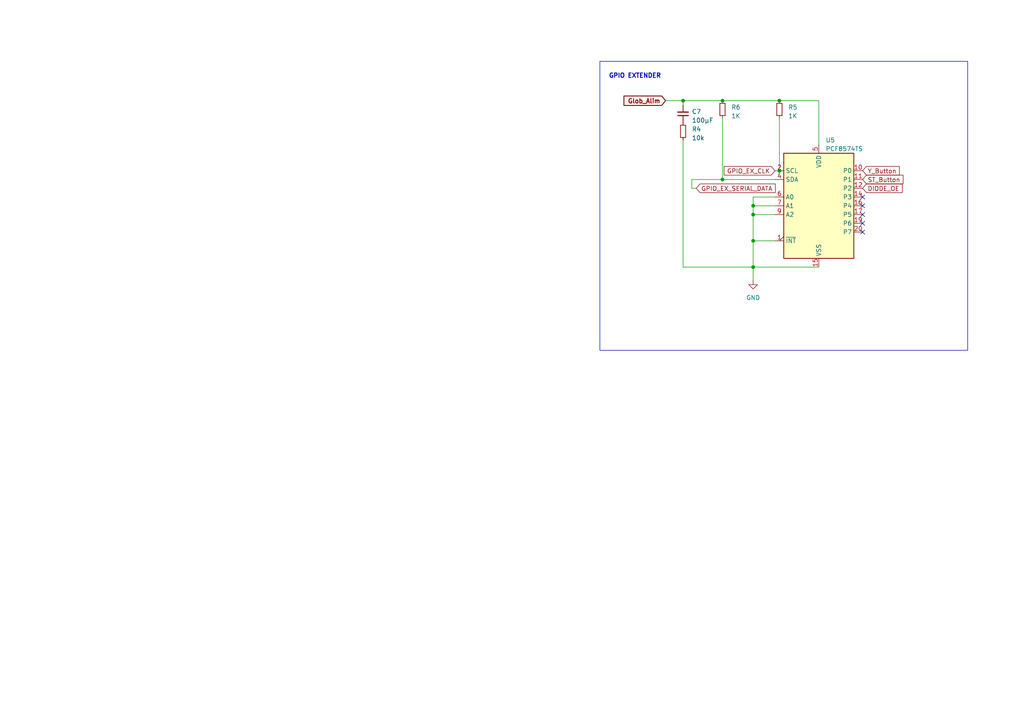
<source format=kicad_sch>
(kicad_sch (version 20230121) (generator eeschema)
  (paper "A4")
  (lib_symbols
    (symbol "Device:C_Small" (pin_numbers hide) (pin_names (offset 0.254) hide)
      (property "Reference" "C" (at 0.254 1.778 0))
      (property "Value" "C_Small" (at 0.254 -2.032 0))
      (symbol "C_Small_0_1"
        (polyline (pts (xy -1.524 -0.508) (xy 1.524 -0.508)) (stroke (width 0.3302)))
        (polyline (pts (xy -1.524 0.508) (xy 1.524 0.508)) (stroke (width 0.3048)))
      )
      (symbol "C_Small_1_1"
        (pin passive line (at 0 2.54 270) (length 2.032) (name "~") (number "1"))
        (pin passive line (at 0 -2.54 90) (length 2.032) (name "~") (number "2"))
      )
    )
    (symbol "Device:R_Small" (pin_numbers hide) (pin_names (offset 0.254) hide)
      (property "Reference" "R" (at 0.762 0.508 0))
      (property "Value" "R_Small" (at 0.762 -1.016 0))
      (symbol "R_Small_0_1"
        (rectangle (start -0.762 1.778) (end 0.762 -1.778) (stroke (width 0.2032)))
      )
      (symbol "R_Small_1_1"
        (pin passive line (at 0 2.54 270) (length 0.762) (name "~") (number "1"))
        (pin passive line (at 0 -2.54 90) (length 0.762) (name "~") (number "2"))
      )
    )
    (symbol "Interface_Expansion:PCF8574TS"
      (property "Reference" "U" (at -8.89 16.51 0))
      (property "Value" "PCF8574TS" (at 3.81 16.51 0))
      (symbol "PCF8574TS_0_1"
        (rectangle (start -10.16 15.24) (end 10.16 -15.24) (stroke (width 0.254)) (fill (type background)))
      )
      (symbol "PCF8574TS_1_1"
        (pin open_collector output_low (at -12.7 -10.16 0) (length 2.54) (name "~{INT}") (number "1"))
        (pin bidirectional line (at 12.7 10.16 180) (length 2.54) (name "P0") (number "10"))
        (pin bidirectional line (at 12.7 7.62 180) (length 2.54) (name "P1") (number "11"))
        (pin bidirectional line (at 12.7 5.08 180) (length 2.54) (name "P2") (number "12"))
        (pin no_connect line (at -10.16 -5.08 0) (length 2.54) hide (name "NC") (number "13"))
        (pin bidirectional line (at 12.7 2.54 180) (length 2.54) (name "P3") (number "14"))
        (pin power_in line (at 0 -17.78 90) (length 2.54) (name "VSS") (number "15"))
        (pin bidirectional line (at 12.7 0 180) (length 2.54) (name "P4") (number "16"))
        (pin bidirectional line (at 12.7 -2.54 180) (length 2.54) (name "P5") (number "17"))
        (pin no_connect line (at -10.16 -7.62 0) (length 2.54) hide (name "NC") (number "18"))
        (pin bidirectional line (at 12.7 -5.08 180) (length 2.54) (name "P6") (number "19"))
        (pin input line (at -12.7 10.16 0) (length 2.54) (name "SCL") (number "2"))
        (pin bidirectional line (at 12.7 -7.62 180) (length 2.54) (name "P7") (number "20"))
        (pin no_connect line (at 10.16 -10.16 180) (length 2.54) hide (name "NC") (number "3"))
        (pin bidirectional line (at -12.7 7.62 0) (length 2.54) (name "SDA") (number "4"))
        (pin power_in line (at 0 17.78 270) (length 2.54) (name "VDD") (number "5"))
        (pin input line (at -12.7 2.54 0) (length 2.54) (name "A0") (number "6"))
        (pin input line (at -12.7 0 0) (length 2.54) (name "A1") (number "7"))
        (pin no_connect line (at 10.16 -12.7 180) (length 2.54) hide (name "NC") (number "8"))
        (pin input line (at -12.7 -2.54 0) (length 2.54) (name "A2") (number "9"))
      )
    )
    (symbol "power:GND" (power) (pin_names (offset 0))
      (property "Value" "GND" (at 0 -3.81 0))
      (symbol "GND_0_1"
        (polyline (pts (xy 0 0) (xy 0 -1.27) (xy 1.27 -1.27) (xy 0 -2.54) (xy -1.27 -1.27) (xy 0 -1.27)))
      )
      (symbol "GND_1_1"
        (pin power_in line (at 0 0 270) (length 0) hide (name "GND") (number "1"))
      )
    )
  )
  (junction (at 209.55 52.07))
  (junction (at 198.12 29.21))
  (junction (at 218.44 59.69))
  (junction (at 209.55 29.21))
  (junction (at 218.44 77.47))
  (junction (at 226.06 49.53))
  (junction (at 218.44 62.23))
  (junction (at 218.44 69.85))
  (junction (at 226.06 29.21))
  (no_connect (at 250.19 57.15))
  (no_connect (at 250.19 59.69))
  (no_connect (at 250.19 64.77))
  (no_connect (at 250.19 62.23))
  (no_connect (at 250.19 67.31))
  (wire (pts (xy 218.44 62.23) (xy 224.79 62.23)))
  (wire (pts (xy 218.44 57.15) (xy 218.44 59.69)))
  (wire (pts (xy 218.44 81.28) (xy 218.44 77.47)))
  (wire (pts (xy 200.66 54.61) (xy 200.66 52.07)))
  (wire (pts (xy 218.44 59.69) (xy 224.79 59.69)))
  (wire (pts (xy 200.66 52.07) (xy 209.55 52.07)))
  (wire (pts (xy 218.44 77.47) (xy 218.44 69.85)))
  (wire (pts (xy 226.06 50.8) (xy 226.06 49.53)))
  (wire (pts (xy 226.06 49.53) (xy 224.79 49.53)))
  (wire (pts (xy 209.55 29.21) (xy 226.06 29.21)))
  (wire (pts (xy 218.44 59.69) (xy 218.44 62.23)))
  (wire (pts (xy 218.44 77.47) (xy 237.49 77.47)))
  (wire (pts (xy 226.06 29.21) (xy 237.49 29.21)))
  (wire (pts (xy 201.93 54.61) (xy 200.66 54.61)))
  (wire (pts (xy 209.55 34.29) (xy 209.55 52.07)))
  (wire (pts (xy 193.04 29.21) (xy 198.12 29.21)))
  (wire (pts (xy 209.55 52.07) (xy 224.79 52.07)))
  (wire (pts (xy 218.44 62.23) (xy 218.44 69.85)))
  (wire (pts (xy 218.44 69.85) (xy 224.79 69.85)))
  (wire (pts (xy 198.12 29.21) (xy 209.55 29.21)))
  (wire (pts (xy 198.12 40.64) (xy 198.12 77.47)))
  (wire (pts (xy 237.49 41.91) (xy 237.49 29.21)))
  (wire (pts (xy 226.06 34.29) (xy 226.06 49.53)))
  (wire (pts (xy 224.79 57.15) (xy 218.44 57.15)))
  (wire (pts (xy 198.12 29.21) (xy 198.12 30.48)))
  (wire (pts (xy 198.12 77.47) (xy 218.44 77.47)))
  (rectangle (start 173.99 17.78) (end 280.67 101.6))
  (text "GPIO EXTENDER\n" (at 176.53 22.86 0) (effects (font (size 1.27 1.27) (thickness 0.254) bold) (justify left bottom)))
  (global_label "Glob_Alim" (shape input) (at 193.04 29.21 180) (effects (font bold)) (property "Intersheetrefs" "${INTERSHEET_REFS}" (effects hide)))
  (global_label "GPIO_EX_CLK" (shape input) (at 224.79 49.53 180) (property "Intersheetrefs" "${INTERSHEET_REFS}" (effects hide)))
  (global_label "Y_Button" (shape input) (at 250.19 49.53 0) (property "Intersheetrefs" "${INTERSHEET_REFS}" (effects hide)))
  (global_label "GPIO_EX_SERIAL_DATA" (shape input) (at 201.93 54.61 0) (property "Intersheetrefs" "${INTERSHEET_REFS}" (effects hide)))
  (global_label "DIODE_OE" (shape input) (at 250.19 54.61 0) (property "Intersheetrefs" "${INTERSHEET_REFS}" (effects hide)))
  (global_label "ST_Button" (shape input) (at 250.19 52.07 0) (property "Intersheetrefs" "${INTERSHEET_REFS}" (effects hide)))
  (symbol (lib_id "power:GND") (at 218.44 81.28 0) (unit 1)
    (property "Reference" "#PWR08" (effects hide))
    (property "Value" "GND" (at 218.44 86.36 0))
  )
  (symbol (lib_id "Device:C_Small") (at 198.12 33.02 180) (unit 1)
    (property "Reference" "C7" (at 200.66 32.3786 0) (effects (justify right)))
    (property "Value" "100µF" (at 200.66 34.9186 0) (effects (justify right)))
    (property "Footprint" "Capacitor_SMD:C_0603_1608Metric_Pad1.08x0.95mm_HandSolder" (effects hide))
  )
  (symbol (lib_id "Device:R_Small") (at 209.55 31.75 0) (unit 1)
    (property "Reference" "R6" (at 212.09 31.115 0) (effects (justify left)))
    (property "Value" "1K" (at 212.09 33.655 0) (effects (justify left)))
    (property "Footprint" "Resistor_SMD:R_0603_1608Metric_Pad0.98x0.95mm_HandSolder" (effects hide))
  )
  (symbol (lib_id "Device:R_Small") (at 198.12 38.1 0) (unit 1)
    (property "Reference" "R4" (at 200.66 37.465 0) (effects (justify left)))
    (property "Value" "10k" (at 200.66 40.005 0) (effects (justify left)))
    (property "Footprint" "Resistor_SMD:R_0603_1608Metric_Pad0.98x0.95mm_HandSolder" (effects hide))
  )
  (symbol (lib_id "Device:R_Small") (at 226.06 31.75 0) (unit 1)
    (property "Reference" "R5" (at 228.6 31.115 0) (effects (justify left)))
    (property "Value" "1K" (at 228.6 33.655 0) (effects (justify left)))
    (property "Footprint" "Resistor_SMD:R_0603_1608Metric_Pad0.98x0.95mm_HandSolder" (effects hide))
  )
  (symbol (lib_id "Interface_Expansion:PCF8574TS") (at 237.49 59.69 0) (unit 1)
    (property "Reference" "U5" (at 239.4459 40.64 0) (effects (justify left)))
    (property "Value" "PCF8574TS" (at 239.4459 43.18 0) (effects (justify left)))
    (property "Footprint" "Package_SO:SSOP-20_4.4x6.5mm_P0.65mm" (effects hide))
    (property "Datasheet" "http://www.nxp.com/documents/data_sheet/PCF8574_PCF8574A.pdf" (effects hide))
  )
)
</source>
